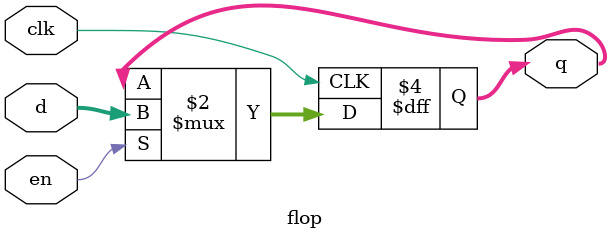
<source format=sv>
module flop
    #(parameter width = 8)
    (input logic clk,
     input logic en,
     input logic [width-1:0] d,
     output logic [width-1:0] q);

    // flip-flop that changes its value on a rising
    // edge of clk only if en == 1
    always_ff @(posedge clk)
        if(en)  q <= d;

endmodule
</source>
